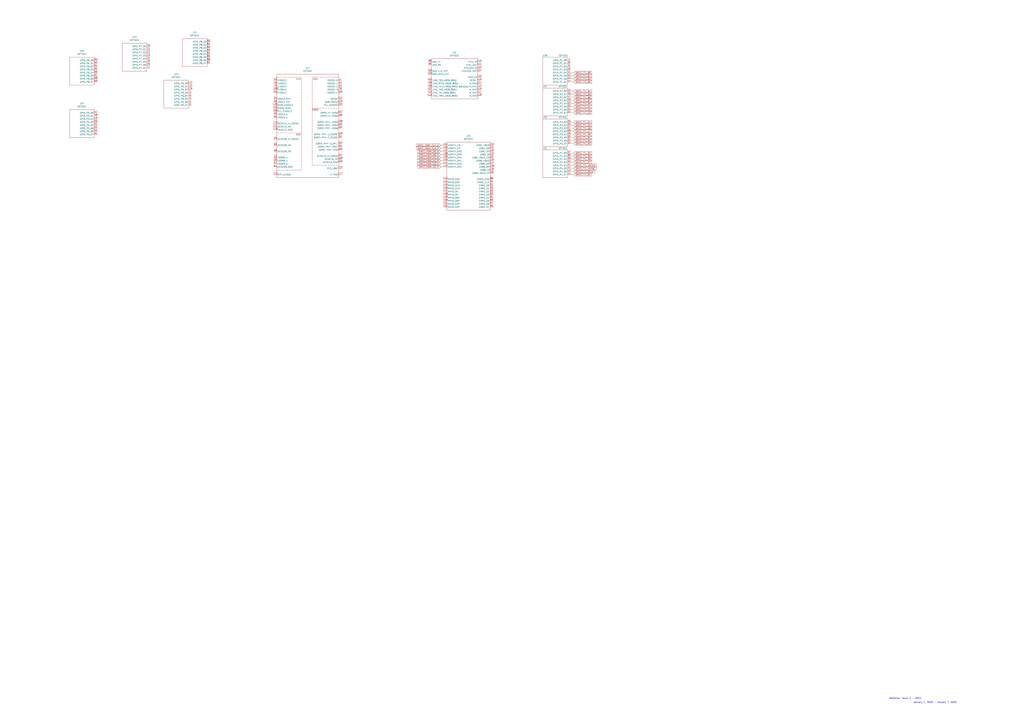
<source format=kicad_sch>
(kicad_sch (version 20231120) (generator "eeschema") (generator_version "8.0")
  (paper "A1")
  (lib_symbols
    (symbol "SP7021:SP7021"
      (property "Reference" "U" (at 0 0 0))
      (property "Value" "SP7021" (at -6.35 12.7 0))
      (symbol "SP7021_1_1"
        (rectangle (start 10.16 11.43) (end -10.16 -11.43))
        (pin input line (at 12.7 1.27 180) (length 2.54) (name "GPIO_P0_03") (number "1"))
        (pin input line (at 12.7 8.89 180) (length 2.54) (name "GPIO_P0_00") (number "174"))
        (pin input line (at 12.7 6.35 180) (length 2.54) (name "GPIO_P0_01") (number "175"))
        (pin input line (at 12.7 3.81 180) (length 2.54) (name "GPIO_P0_02") (number "176"))
        (pin input line (at 12.7 -1.27 180) (length 2.54) (name "GPIO_P0_04") (number "2"))
        (pin input line (at 12.7 -3.81 180) (length 2.54) (name "GPIO_P0_05") (number "3"))
        (pin input line (at 12.7 -6.35 180) (length 2.54) (name "GPIO_P0_06") (number "4"))
        (pin input line (at 12.7 -8.89 180) (length 2.54) (name "GPIO_P0_07") (number "5"))
      )
      (symbol "SP7021_2_1"
        (rectangle (start 10.16 11.43) (end -10.16 -11.43))
        (pin input line (at 12.7 1.27 180) (length 2.54) (name "GPIO_P1_03") (number "10"))
        (pin input line (at 12.7 -1.27 180) (length 2.54) (name "GPIO_P1_04") (number "11"))
        (pin input line (at 12.7 -3.81 180) (length 2.54) (name "GPIO_P1_05") (number "12"))
        (pin input line (at 12.7 -6.35 180) (length 2.54) (name "GPIO_P1_06") (number "13"))
        (pin input line (at 12.7 -8.89 180) (length 2.54) (name "GPIO_P1_07") (number "14"))
        (pin input line (at 12.7 8.89 180) (length 2.54) (name "GPIO_P1_00") (number "7"))
        (pin input line (at 12.7 6.35 180) (length 2.54) (name "GPIO_P1_01") (number "8"))
        (pin input line (at 12.7 3.81 180) (length 2.54) (name "GPIO_P1_02") (number "9"))
      )
      (symbol "SP7021_3_1"
        (rectangle (start 10.16 11.43) (end -10.16 -11.43))
        (pin input line (at 12.7 8.89 180) (length 2.54) (name "GPIO_P2_00") (number "15"))
        (pin input line (at 12.7 6.35 180) (length 2.54) (name "GPIO_P2_01") (number "16"))
        (pin input line (at 12.7 3.81 180) (length 2.54) (name "GPIO_P2_02") (number "17"))
        (pin input line (at 12.7 1.27 180) (length 2.54) (name "GPIO_P2_03") (number "18"))
        (pin input line (at 12.7 -1.27 180) (length 2.54) (name "GPIO_P2_04") (number "19"))
        (pin input line (at 12.7 -3.81 180) (length 2.54) (name "GPIO_P2_05") (number "20"))
        (pin input line (at 12.7 -6.35 180) (length 2.54) (name "GPIO_P2_06") (number "21"))
        (pin input line (at 12.7 -8.89 180) (length 2.54) (name "GPIO_P2_07") (number "22"))
      )
      (symbol "SP7021_4_1"
        (rectangle (start 10.16 11.43) (end -10.16 -11.43))
        (pin input line (at 12.7 8.89 180) (length 2.54) (name "GPIO_P3_00") (number "25"))
        (pin input line (at 12.7 6.35 180) (length 2.54) (name "GPIO_P3_01") (number "26"))
        (pin input line (at 12.7 3.81 180) (length 2.54) (name "GPIO_P3_02") (number "27"))
        (pin input line (at 12.7 1.27 180) (length 2.54) (name "GPIO_P3_03") (number "28"))
        (pin input line (at 12.7 -1.27 180) (length 2.54) (name "GPIO_P3_04") (number "29"))
        (pin input line (at 12.7 -3.81 180) (length 2.54) (name "GPIO_P3_05") (number "30"))
        (pin input line (at 12.7 -6.35 180) (length 2.54) (name "GPIO_P3_06") (number "31"))
        (pin input line (at 12.7 -8.89 180) (length 2.54) (name "GPIO_P3_07") (number "32"))
      )
      (symbol "SP7021_5_1"
        (rectangle (start 10.16 11.43) (end -10.16 -11.43))
        (pin input line (at 12.7 8.89 180) (length 2.54) (name "GPIO_P4_00") (number "37"))
        (pin input line (at 12.7 6.35 180) (length 2.54) (name "GPIO_P4_01") (number "38"))
        (pin input line (at 12.7 3.81 180) (length 2.54) (name "GPIO_P4_02") (number "39"))
        (pin input line (at 12.7 1.27 180) (length 2.54) (name "GPIO_P4_03") (number "40"))
        (pin input line (at 12.7 -1.27 180) (length 2.54) (name "GPIO_P4_04") (number "41"))
        (pin input line (at 12.7 -3.81 180) (length 2.54) (name "GPIO_P4_05") (number "42"))
        (pin input line (at 12.7 -6.35 180) (length 2.54) (name "GPIO_P4_06") (number "43"))
        (pin input line (at 12.7 -8.89 180) (length 2.54) (name "GPIO_P4_07") (number "44"))
      )
      (symbol "SP7021_6_1"
        (rectangle (start 10.16 11.43) (end -10.16 -11.43))
        (pin input line (at 12.7 8.89 180) (length 2.54) (name "GPIO_P5_00") (number "47"))
        (pin input line (at 12.7 6.35 180) (length 2.54) (name "GPIO_P5_01") (number "48"))
        (pin input line (at 12.7 3.81 180) (length 2.54) (name "GPIO_P5_02") (number "49"))
        (pin input line (at 12.7 1.27 180) (length 2.54) (name "GPIO_P5_03") (number "50"))
        (pin input line (at 12.7 -1.27 180) (length 2.54) (name "GPIO_P5_04") (number "51"))
        (pin input line (at 12.7 -3.81 180) (length 2.54) (name "GPIO_P5_05") (number "52"))
        (pin input line (at 12.7 -6.35 180) (length 2.54) (name "GPIO_P5_06") (number "53"))
        (pin input line (at 12.7 -8.89 180) (length 2.54) (name "GPIO_P5_07") (number "54"))
      )
      (symbol "SP7021_7_1"
        (rectangle (start 10.16 11.43) (end -10.16 -11.43))
        (pin input line (at 12.7 8.89 180) (length 2.54) (name "GPIO_P6_00") (number "62"))
        (pin input line (at 12.7 6.35 180) (length 2.54) (name "GPIO_P6_01") (number "63"))
        (pin input line (at 12.7 3.81 180) (length 2.54) (name "GPIO_P6_02") (number "64"))
        (pin input line (at 12.7 1.27 180) (length 2.54) (name "GPIO_P6_03") (number "65"))
        (pin input line (at 12.7 -1.27 180) (length 2.54) (name "GPIO_P6_04") (number "66"))
        (pin input line (at 12.7 -3.81 180) (length 2.54) (name "GPIO_P6_05") (number "67"))
        (pin input line (at 12.7 -6.35 180) (length 2.54) (name "GPIO_P6_06") (number "68"))
        (pin input line (at 12.7 -8.89 180) (length 2.54) (name "GPIO_P6_07") (number "69"))
      )
      (symbol "SP7021_8_1"
        (rectangle (start -10.16 11.43) (end 10.16 -11.43))
        (pin input line (at 12.7 8.89 180) (length 2.54) (name "GPIO_P7_00") (number "70"))
        (pin input line (at 12.7 6.35 180) (length 2.54) (name "GPIO_P7_01") (number "71"))
        (pin input line (at 12.7 3.81 180) (length 2.54) (name "GPIO_P7_02") (number "72"))
        (pin input line (at 12.7 1.27 180) (length 2.54) (name "GPIO_P7_03") (number "73"))
        (pin input line (at 12.7 -1.27 180) (length 2.54) (name "GPIO_P7_04") (number "74"))
        (pin input line (at 12.7 -3.81 180) (length 2.54) (name "GPIO_P7_05") (number "75"))
        (pin input line (at 12.7 -6.35 180) (length 2.54) (name "GPIO_P7_06") (number "76"))
        (pin input line (at 12.7 -8.89 180) (length 2.54) (name "GPIO_P7_07") (number "77"))
      )
      (symbol "SP7021_9_1"
        (rectangle (start 10.16 11.43) (end -10.16 -11.43))
        (pin bidirectional line (at 12.7 8.89 180) (length 2.54) (name "GPIO_P8_00") (number "80"))
        (pin bidirectional line (at 12.7 6.35 180) (length 2.54) (name "GPIO_P8_01") (number "81"))
        (pin bidirectional line (at 12.7 3.81 180) (length 2.54) (name "GPIO_P8_02") (number "82"))
        (pin bidirectional line (at 12.7 1.27 180) (length 2.54) (name "GPIO_P8_03") (number "83"))
        (pin bidirectional line (at 12.7 -1.27 180) (length 2.54) (name "GPIO_P8_04") (number "84"))
        (pin bidirectional line (at 12.7 -3.81 180) (length 2.54) (name "GPIO_P8_05") (number "85"))
        (pin bidirectional line (at 12.7 -6.35 180) (length 2.54) (name "GPIO_P8_06") (number "86"))
        (pin bidirectional line (at 12.7 -8.89 180) (length 2.54) (name "GPIO_P8_07") (number "87"))
      )
      (symbol "SP7021_10_1"
        (rectangle (start -25.4 34.29) (end 25.4 -50.8))
        (polyline (pts (xy -5.08 -13.97) (xy -5.08 -44.45) (xy -25.4 -44.45)) (stroke (width 0) (type dash)))
        (polyline (pts (xy 3.81 6.35) (xy 3.81 -40.64) (xy 25.4 -40.64)) (stroke (width 0) (type dash)))
        (polyline (pts (xy -25.4 -13.97) (xy -5.08 -13.97) (xy -5.08 31.75) (xy -25.4 31.75)) (stroke (width 0) (type dash)))
        (polyline (pts (xy 25.4 31.75) (xy 3.81 31.75) (xy 3.81 6.35) (xy 25.4 6.35)) (stroke (width 0) (type dash)))
        (text "0.9v" (at -7.62 -15.24 0) (effects (font (size 1.27 1.27))))
        (text "1.2v" (at -7.62 30.48 0) (effects (font (size 1.27 1.27))))
        (text "3.3v" (at 6.35 30.48 0) (effects (font (size 1.27 1.27))))
        (text "DDR3" (at 6.35 5.08 0) (effects (font (size 1.27 1.27))))
        (pin input line (at -27.94 21.59 0) (length 2.54) (name "CVDD12") (number "108"))
        (pin input line (at 27.94 19.05 180) (length 2.54) (name "VDD33-4") (number "109"))
        (pin input line (at 27.94 13.97 180) (length 2.54) (name "AO33V") (number "121"))
        (pin input line (at 27.94 -43.18 180) (length 2.54) (name "RTC_VBAT") (number "122"))
        (pin input line (at 27.94 11.43 180) (length 2.54) (name "USB_VDD33") (number "129"))
        (pin input line (at -27.94 8.89 0) (length 2.54) (name "HDMI_AVDD12") (number "136"))
        (pin input line (at -27.94 6.35 0) (length 2.54) (name "MIPI0_AVDD") (number "153"))
        (pin input line (at -27.94 19.05 0) (length 2.54) (name "CVDD12") (number "154"))
        (pin input line (at 27.94 8.89 180) (length 2.54) (name "PLL_AVDD33") (number "155"))
        (pin input line (at -27.94 3.81 0) (length 2.54) (name "PLL_CVDD12") (number "156"))
        (pin input line (at 27.94 2.54 180) (length 2.54) (name "DDR3-K-VDDQ") (number "157"))
        (pin input line (at 27.94 -5.08 180) (length 2.54) (name "DDR3-PHY-VDDQ") (number "158"))
        (pin input line (at 27.94 -15.24 180) (length 2.54) (name "DDR3-PHY-1.2CORE") (number "159"))
        (pin input line (at 27.94 -7.62 180) (length 2.54) (name "DDR3-PHY-VDDQ") (number "160"))
        (pin input line (at 27.94 -17.78 180) (length 2.54) (name "DDR3-PHY-1.2CORE") (number "161"))
        (pin input line (at 27.94 -10.16 180) (length 2.54) (name "DDR3-PHY-VDDQ") (number "162"))
        (pin input line (at 27.94 -22.86 180) (length 2.54) (name "DDR3-PHY-3.3PLL") (number "163"))
        (pin input line (at 27.94 -25.4 180) (length 2.54) (name "DDR3-PHY-VREF") (number "164"))
        (pin input line (at 27.94 -27.94 180) (length 2.54) (name "DDR3-PHY-PZQ") (number "165"))
        (pin input line (at 27.94 0 180) (length 2.54) (name "DDR3-K-VDDQ") (number "166"))
        (pin input line (at 27.94 -33.02 180) (length 2.54) (name "DCDC15_VI_VDD33") (number "167"))
        (pin input line (at 27.94 -35.56 180) (length 2.54) (name "DCDC15_VO") (number "168"))
        (pin input line (at 27.94 -38.1 180) (length 2.54) (name "DCDC15_GND") (number "169"))
        (pin input line (at -27.94 -11.43 0) (length 2.54) (name "DCDC12_GND") (number "170"))
        (pin input line (at -27.94 -8.89 0) (length 2.54) (name "DCDC12_V0") (number "171"))
        (pin input line (at -27.94 -6.35 0) (length 2.54) (name "DCDC12_VI_VDD33") (number "172"))
        (pin input line (at -27.94 -48.26 0) (length 2.54) (name "OTP_AVDDQ") (number "173"))
        (pin input line (at 27.94 -48.26 180) (length 2.54) (name "E-PAD") (number "177"))
        (pin input line (at -27.94 29.21 0) (length 2.54) (name "CVDD12") (number "23"))
        (pin input line (at 27.94 26.67 180) (length 2.54) (name "VDD33-1") (number "24"))
        (pin input line (at -27.94 -34.29 0) (length 2.54) (name "VDD09_A") (number "33"))
        (pin input line (at -27.94 13.97 0) (length 2.54) (name "VDD12_STH") (number "34"))
        (pin input line (at -27.94 1.27 0) (length 2.54) (name "VDD12_A") (number "35"))
        (pin input line (at -27.94 -36.83 0) (length 2.54) (name "VDD09_A") (number "36"))
        (pin input line (at 27.94 29.21 180) (length 2.54) (name "VDD33-0") (number "4"))
        (pin input line (at 27.94 24.13 180) (length 2.54) (name "VDD33-2") (number "45"))
        (pin input line (at -27.94 26.67 0) (length 2.54) (name "CVDD12") (number "46"))
        (pin input line (at -27.94 11.43 0) (length 2.54) (name "VDD12_EST") (number "55"))
        (pin input line (at -27.94 -1.27 0) (length 2.54) (name "VDD12_A") (number "56"))
        (pin input line (at -27.94 -39.37 0) (length 2.54) (name "VDD09_A") (number "57"))
        (pin input line (at -27.94 -29.21 0) (length 2.54) (name "DCDC09_FB") (number "58"))
        (pin input line (at -27.94 -19.05 0) (length 2.54) (name "DCDC09_VI_VDD33") (number "59"))
        (pin input line (at -27.94 -24.13 0) (length 2.54) (name "DCDC09_VO") (number "60"))
        (pin input line (at -27.94 -41.91 0) (length 2.54) (name "DCDC09_GND") (number "61"))
        (pin input line (at 27.94 21.59 180) (length 2.54) (name "VDD33-3") (number "78"))
        (pin input line (at -27.94 24.13 0) (length 2.54) (name "CVDD12") (number "79"))
      )
      (symbol "SP7021_11_1"
        (rectangle (start -17.78 27.94) (end 17.78 -27.94))
        (pin output line (at 20.32 2.54 180) (length 2.54) (name "USB0_VBUS_EN") (number "100"))
        (pin output line (at 20.32 15.24 180) (length 2.54) (name "USB1_VBUS_EN") (number "101"))
        (pin output line (at 20.32 12.7 180) (length 2.54) (name "USB0_VBUS") (number "125"))
        (pin bidirectional line (at 20.32 5.08 180) (length 2.54) (name "USB0_ID") (number "126"))
        (pin bidirectional line (at 20.32 10.16 180) (length 2.54) (name "USB0_DM") (number "127"))
        (pin bidirectional line (at 20.32 7.62 180) (length 2.54) (name "USB0_DP") (number "128"))
        (pin bidirectional line (at 20.32 20.32 180) (length 2.54) (name "USB1_DP") (number "130"))
        (pin bidirectional line (at 20.32 22.86 180) (length 2.54) (name "USB1_DM") (number "131"))
        (pin bidirectional line (at 20.32 17.78 180) (length 2.54) (name "USB1_ID") (number "132"))
        (pin output line (at 20.32 25.4 180) (length 2.54) (name "USB1_VBUS") (number "133"))
        (pin input line (at -20.32 25.4 0) (length 2.54) (name "HDMITX_CN") (number "134"))
        (pin input line (at -20.32 22.86 0) (length 2.54) (name "HDMITX_CP") (number "135"))
        (pin input line (at -20.32 20.32 0) (length 2.54) (name "HDMITX_DN0") (number "137"))
        (pin input line (at -20.32 17.78 0) (length 2.54) (name "HDMITX_DP0") (number "138"))
        (pin input line (at -20.32 15.24 0) (length 2.54) (name "HDMITX_DN1") (number "139"))
        (pin input line (at -20.32 12.7 0) (length 2.54) (name "HDMITX_DP1") (number "140"))
        (pin input line (at -20.32 10.16 0) (length 2.54) (name "HDMITX_DN2") (number "141"))
        (pin input line (at -20.32 7.62 0) (length 2.54) (name "HDMITX_DP2") (number "142"))
        (pin input line (at -20.32 -2.54 0) (length 2.54) (name "MIPI0_D3N") (number "143"))
        (pin input line (at -20.32 -5.08 0) (length 2.54) (name "MIPI0_D3P") (number "144"))
        (pin input line (at -20.32 -7.62 0) (length 2.54) (name "MIPI0_D1N") (number "145"))
        (pin input line (at -20.32 -10.16 0) (length 2.54) (name "MIPI0_D1P") (number "146"))
        (pin input line (at -20.32 -12.7 0) (length 2.54) (name "MIPI0_SN") (number "147"))
        (pin input line (at -20.32 -15.24 0) (length 2.54) (name "MIPI0_SP") (number "148"))
        (pin input line (at -20.32 -17.78 0) (length 2.54) (name "MIPI0_D0N") (number "149"))
        (pin input line (at -20.32 -20.32 0) (length 2.54) (name "MIPI0_D0P") (number "150"))
        (pin input line (at -20.32 -22.86 0) (length 2.54) (name "MIPI0_D2N") (number "151"))
        (pin input line (at -20.32 -25.4 0) (length 2.54) (name "MIPI0_D2P") (number "152"))
        (pin bidirectional line (at 20.32 -2.54 180) (length 2.54) (name "EMMC_CMD") (number "88"))
        (pin bidirectional line (at 20.32 -20.32 180) (length 2.54) (name "EMMC_D5") (number "89"))
        (pin bidirectional line (at 20.32 -15.24 180) (length 2.54) (name "EMMC_D3") (number "90"))
        (pin bidirectional line (at 20.32 -17.78 180) (length 2.54) (name "EMMC_D4") (number "91"))
        (pin bidirectional line (at 20.32 -7.62 180) (length 2.54) (name "EMMC_D0") (number "92"))
        (pin bidirectional line (at 20.32 -10.16 180) (length 2.54) (name "EMMC_D1") (number "93"))
        (pin bidirectional line (at 20.32 -5.08 180) (length 2.54) (name "EMMC_CLK") (number "94"))
        (pin bidirectional line (at 20.32 -12.7 180) (length 2.54) (name "EMMC_D2") (number "95"))
        (pin bidirectional line (at 20.32 -25.4 180) (length 2.54) (name "EMMC_D7") (number "96"))
        (pin bidirectional line (at 20.32 -22.86 180) (length 2.54) (name "EMMC_D6") (number "97"))
      )
      (symbol "SP7021_12_1"
        (rectangle (start -19.05 16.51) (end 19.05 -16.51))
        (pin input line (at -21.59 6.35 0) (length 2.54) (name "SWD_CLK_CA7") (number "102"))
        (pin input line (at -21.59 3.81 0) (length 2.54) (name "SWD_DATA_CA7") (number "102"))
        (pin input line (at -21.59 -1.27 0) (length 2.54) (name "JTAG_TDO_A926_8051") (number "104"))
        (pin input line (at -21.59 -3.81 0) (length 2.54) (name "JTAG_RTCK_A926_8051") (number "105"))
        (pin input line (at -21.59 -6.35 0) (length 2.54) (name "JTAG_TCLK_A926_8051") (number "106"))
        (pin input line (at -21.59 -8.89 0) (length 2.54) (name "JTAG_TMS_A926_8051") (number "107"))
        (pin input line (at 21.59 13.97 180) (length 2.54) (name "XTAL_IN") (number "110"))
        (pin input line (at 21.59 11.43 180) (length 2.54) (name "XTAL_OUT") (number "111"))
        (pin input line (at -21.59 -11.43 0) (length 2.54) (name "JTAG_TDI_A926_8051") (number "112"))
        (pin input line (at -21.59 -13.97 0) (length 2.54) (name "JTAG_TRST_A926_8051") (number "113"))
        (pin input line (at 21.59 -3.81 180) (length 2.54) (name "IV_MX0") (number "114"))
        (pin input line (at 21.59 -6.35 180) (length 2.54) (name "WakeUp/IV_MX1") (number "115"))
        (pin input line (at 21.59 -8.89 180) (length 2.54) (name "IV_MX3") (number "116"))
        (pin input line (at 21.59 -11.43 180) (length 2.54) (name "IV_MX4") (number "117"))
        (pin input line (at 21.59 -13.97 180) (length 2.54) (name "IV_MX5") (number "118"))
        (pin input line (at 21.59 -1.27 180) (length 2.54) (name "RESET") (number "119"))
        (pin input line (at 21.59 1.27 180) (length 2.54) (name "PWR_EN") (number "120"))
        (pin input line (at 21.59 8.89 180) (length 2.54) (name "XTAL32K_IN") (number "123"))
        (pin input line (at 21.59 6.35 180) (length 2.54) (name "XTAL32K_OUT") (number "124"))
        (pin input line (at -21.59 13.97 0) (length 2.54) (name "UA0_TX") (number "98"))
        (pin input line (at -21.59 11.43 0) (length 2.54) (name "UA0_RX") (number "99"))
      )
    )
  )
  (wire (pts (xy 361.95 127) (xy 364.49 127)))
  (wire (pts (xy 361.95 119.38) (xy 364.49 119.38)))
  (wire (pts (xy 471.17 90.17) (xy 468.63 90.17)))
  (wire (pts (xy 471.17 133.35) (xy 468.63 133.35)))
  (wire (pts (xy 471.17 100.33) (xy 468.63 100.33)))
  (wire (pts (xy 471.17 80.01) (xy 468.63 80.01)))
  (wire (pts (xy 471.17 92.71) (xy 468.63 92.71)))
  (wire (pts (xy 361.95 124.46) (xy 364.49 124.46)))
  (wire (pts (xy 471.17 77.47) (xy 468.63 77.47)))
  (wire (pts (xy 361.95 137.16) (xy 364.49 137.16)))
  (wire (pts (xy 471.17 67.31) (xy 468.63 67.31)))
  (wire (pts (xy 471.17 135.89) (xy 468.63 135.89)))
  (wire (pts (xy 471.17 59.69) (xy 468.63 59.69)))
  (wire (pts (xy 471.17 105.41) (xy 468.63 105.41)))
  (wire (pts (xy 471.17 107.95) (xy 468.63 107.95)))
  (wire (pts (xy 471.17 82.55) (xy 468.63 82.55)))
  (wire (pts (xy 471.17 143.51) (xy 468.63 143.51)))
  (wire (pts (xy 471.17 74.93) (xy 468.63 74.93)))
  (wire (pts (xy 471.17 138.43) (xy 468.63 138.43)))
  (wire (pts (xy 471.17 125.73) (xy 468.63 125.73)))
  (wire (pts (xy 471.17 130.81) (xy 468.63 130.81)))
  (wire (pts (xy 471.17 115.57) (xy 468.63 115.57)))
  (wire (pts (xy 471.17 110.49) (xy 468.63 110.49)))
  (wire (pts (xy 471.17 62.23) (xy 468.63 62.23)))
  (wire (pts (xy 471.17 64.77) (xy 468.63 64.77)))
  (wire (pts (xy 361.95 134.62) (xy 364.49 134.62)))
  (wire (pts (xy 471.17 102.87) (xy 468.63 102.87)))
  (wire (pts (xy 361.95 132.08) (xy 364.49 132.08)))
  (wire (pts (xy 471.17 85.09) (xy 468.63 85.09)))
  (wire (pts (xy 361.95 129.54) (xy 364.49 129.54)))
  (wire (pts (xy 361.95 121.92) (xy 364.49 121.92)))
  (wire (pts (xy 471.17 87.63) (xy 468.63 87.63)))
  (wire (pts (xy 471.17 113.03) (xy 468.63 113.03)))
  (wire (pts (xy 471.17 140.97) (xy 468.63 140.97)))
  (wire (pts (xy 471.17 128.27) (xy 468.63 128.27)))
  (wire (pts (xy 471.17 118.11) (xy 468.63 118.11)))
  (text "January 7, 2025 - January 7, 2025" (at 767.842 577.342 0) (effects (font (size 1.27 1.27))))
  (text "MediaCow Touch 2 - SMEC" (at 743.458 574.04 0) (effects (font (size 1.27 1.27))))
  (global_label "SMEC_TTL_G4" (shape input) (at 471.17 100.33 0) (property "Intersheetrefs" "${INTERSHEET_REFS}" (effects (hide yes))))
  (global_label "SMEC_TTL_B4" (shape input) (at 471.17 74.93 0) (property "Intersheetrefs" "${INTERSHEET_REFS}" (effects (hide yes))))
  (global_label "SMEC_TTL_DCLK" (shape input) (at 471.17 140.97 0) (property "Intersheetrefs" "${INTERSHEET_REFS}" (effects (hide yes))))
  (global_label "SMEC_TTL_B7" (shape input) (at 471.17 82.55 0) (property "Intersheetrefs" "${INTERSHEET_REFS}" (effects (hide yes))))
  (global_label "SMEC_TTL_G0" (shape input) (at 471.17 85.09 0) (property "Intersheetrefs" "${INTERSHEET_REFS}" (effects (hide yes))))
  (global_label "SMEC_HDMI_D0_N" (shape input) (at 361.95 124.46 180) (property "Intersheetrefs" "${INTERSHEET_REFS}" (effects (hide yes))))
  (global_label "SMEC_TTL_G7" (shape input) (at 471.17 107.95 0) (property "Intersheetrefs" "${INTERSHEET_REFS}" (effects (hide yes))))
  (global_label "SMEC_TTL_G6" (shape input) (at 471.17 105.41 0) (property "Intersheetrefs" "${INTERSHEET_REFS}" (effects (hide yes))))
  (global_label "SMEC_TTL_R1" (shape input) (at 471.17 113.03 0) (property "Intersheetrefs" "${INTERSHEET_REFS}" (effects (hide yes))))
  (global_label "SMEC_TTL_R2" (shape input) (at 471.17 115.57 0) (property "Intersheetrefs" "${INTERSHEET_REFS}" (effects (hide yes))))
  (global_label "SMEC_TTL_G5" (shape input) (at 471.17 102.87 0) (property "Intersheetrefs" "${INTERSHEET_REFS}" (effects (hide yes))))
  (global_label "SMEC_TTL_G1" (shape input) (at 471.17 87.63 0) (property "Intersheetrefs" "${INTERSHEET_REFS}" (effects (hide yes))))
  (global_label "SMEC_TTL_DE" (shape input) (at 471.17 143.51 0) (property "Intersheetrefs" "${INTERSHEET_REFS}" (effects (hide yes))))
  (global_label "SMEC_TTL_R5" (shape input) (at 471.17 128.27 0) (property "Intersheetrefs" "${INTERSHEET_REFS}" (effects (hide yes))))
  (global_label "SMEC_HDMI_D1_P" (shape input) (at 361.95 132.08 180) (property "Intersheetrefs" "${INTERSHEET_REFS}" (effects (hide yes))))
  (global_label "SMEC_TTL_G3" (shape input) (at 471.17 92.71 0) (property "Intersheetrefs" "${INTERSHEET_REFS}" (effects (hide yes))))
  (global_label "SMEC_HDMI_D2_N" (shape input) (at 361.95 134.62 180) (property "Intersheetrefs" "${INTERSHEET_REFS}" (effects (hide yes))))
  (global_label "SMEC_TTL_B3" (shape input) (at 471.17 67.31 0) (property "Intersheetrefs" "${INTERSHEET_REFS}" (effects (hide yes))))
  (global_label "SMEC_TTL_R6" (shape input) (at 471.17 130.81 0) (property "Intersheetrefs" "${INTERSHEET_REFS}" (effects (hide yes))))
  (global_label "SMEC_TTL_B2" (shape input) (at 471.17 64.77 0) (property "Intersheetrefs" "${INTERSHEET_REFS}" (effects (hide yes))))
  (global_label "SMEC_HDMI_D0_P" (shape input) (at 361.95 127 180) (property "Intersheetrefs" "${INTERSHEET_REFS}" (effects (hide yes))))
  (global_label "SMEC_HDMI_D1_N" (shape input) (at 361.95 129.54 180) (property "Intersheetrefs" "${INTERSHEET_REFS}" (effects (hide yes))))
  (global_label "SMEC_TTL_VSYNC" (shape input) (at 471.17 138.43 0) (property "Intersheetrefs" "${INTERSHEET_REFS}" (effects (hide yes))))
  (global_label "SMEC_TTL_R3" (shape input) (at 471.17 118.11 0) (property "Intersheetrefs" "${INTERSHEET_REFS}" (effects (hide yes))))
  (global_label "SMEC_TTL_R0" (shape input) (at 471.17 110.49 0) (property "Intersheetrefs" "${INTERSHEET_REFS}" (effects (hide yes))))
  (global_label "SMEC_TTL_B0" (shape input) (at 471.17 59.69 0) (property "Intersheetrefs" "${INTERSHEET_REFS}" (effects (hide yes))))
  (global_label "SMEC_TTL_G2" (shape input) (at 471.17 90.17 0) (property "Intersheetrefs" "${INTERSHEET_REFS}" (effects (hide yes))))
  (global_label "SMEC_TTL_B5" (shape input) (at 471.17 77.47 0) (property "Intersheetrefs" "${INTERSHEET_REFS}" (effects (hide yes))))
  (global_label "SMEC_TTL_B1" (shape input) (at 471.17 62.23 0) (property "Intersheetrefs" "${INTERSHEET_REFS}" (effects (hide yes))))
  (global_label "SMEC_TTL_R4" (shape input) (at 471.17 125.73 0) (property "Intersheetrefs" "${INTERSHEET_REFS}" (effects (hide yes))))
  (global_label "SMEC_HDMI_CLK_N" (shape input) (at 361.95 119.38 180) (property "Intersheetrefs" "${INTERSHEET_REFS}" (effects (hide yes))))
  (global_label "SMEC_TTL_B6" (shape input) (at 471.17 80.01 0) (property "Intersheetrefs" "${INTERSHEET_REFS}" (effects (hide yes))))
  (global_label "SMEC_HDMI_CLK_P" (shape input) (at 361.95 121.92 180) (property "Intersheetrefs" "${INTERSHEET_REFS}" (effects (hide yes))))
  (global_label "SMEC_TTL_R7" (shape input) (at 471.17 133.35 0) (property "Intersheetrefs" "${INTERSHEET_REFS}" (effects (hide yes))))
  (global_label "SMEC_TTL_HSYNC" (shape input) (at 471.17 135.89 0) (property "Intersheetrefs" "${INTERSHEET_REFS}" (effects (hide yes))))
  (global_label "SMEC_HDMI_D2_P" (shape input) (at 361.95 137.16 180) (property "Intersheetrefs" "${INTERSHEET_REFS}" (effects (hide yes))))
  (symbol (lib_id "SP7021:SP7021") (at 144.78 77.47 0) (unit 1)
    (property "Reference" "U?" (at 144.78 60.96 0))
    (property "Value" "SP7021" (at 144.78 63.5 0))
  )
  (symbol (lib_name "SP7021:SP7021") (lib_id "SP7021:SP7021") (at 384.81 144.78 0) (unit 11)
    (property "Reference" "U?" (at 384.81 111.76 0))
    (property "Value" "SP7021" (at 384.81 114.3 0))
  )
  (symbol (lib_name "SP7021:SP7021") (lib_id "SP7021:SP7021") (at 373.38 64.77 0) (unit 12)
    (property "Reference" "U?" (at 373.38 43.18 0))
    (property "Value" "SP7021" (at 373.38 45.72 0))
  )
  (symbol (lib_name "SP7021:SP7021") (lib_id "SP7021:SP7021") (at 455.93 83.82 0) (unit 3)
    (property "Reference" "U?" (at 447.294 71.12 0))
    (property "Value" "SP7021" (at 462.534 71.12 0))
  )
  (symbol (lib_name "SP7021:SP7021") (lib_id "SP7021:SP7021") (at 455.93 134.62 0) (unit 5)
    (property "Reference" "U?" (at 447.294 121.92 0))
    (property "Value" "SP7021" (at 462.534 121.92 0))
  )
  (symbol (lib_name "SP7021:SP7021") (lib_id "SP7021:SP7021") (at 67.31 101.6 0) (unit 6)
    (property "Reference" "U?" (at 67.31 85.09 0))
    (property "Value" "SP7021" (at 67.31 87.63 0))
  )
  (symbol (lib_name "SP7021:SP7021") (lib_id "SP7021:SP7021") (at 455.93 109.22 0) (unit 4)
    (property "Reference" "U?" (at 447.294 96.52 0))
    (property "Value" "SP7021" (at 462.534 96.52 0))
  )
  (symbol (lib_name "SP7021:SP7021") (lib_id "SP7021:SP7021") (at 252.73 95.25 0) (unit 10)
    (property "Reference" "U?" (at 252.73 55.88 0))
    (property "Value" "SP7021" (at 252.73 58.42 0))
  )
  (symbol (lib_name "SP7021:SP7021") (lib_id "SP7021:SP7021") (at 160.02 43.18 0) (unit 9)
    (property "Reference" "U?" (at 160.02 26.67 0))
    (property "Value" "SP7021" (at 160.02 29.21 0))
  )
  (symbol (lib_name "SP7021:SP7021") (lib_id "SP7021:SP7021") (at 110.49 46.99 0) (unit 8)
    (property "Reference" "U?" (at 110.49 30.48 0))
    (property "Value" "SP7021" (at 110.49 33.02 0))
  )
  (symbol (lib_name "SP7021:SP7021") (lib_id "SP7021:SP7021") (at 67.31 58.42 0) (unit 7)
    (property "Reference" "U?" (at 67.31 41.91 0))
    (property "Value" "SP7021" (at 67.31 44.45 0))
  )
  (symbol (lib_name "SP7021:SP7021") (lib_id "SP7021:SP7021") (at 455.93 58.42 0) (unit 2)
    (property "Reference" "U?" (at 447.548 45.72 0))
    (property "Value" "SP7021" (at 462.788 45.72 0))
  )
)
</source>
